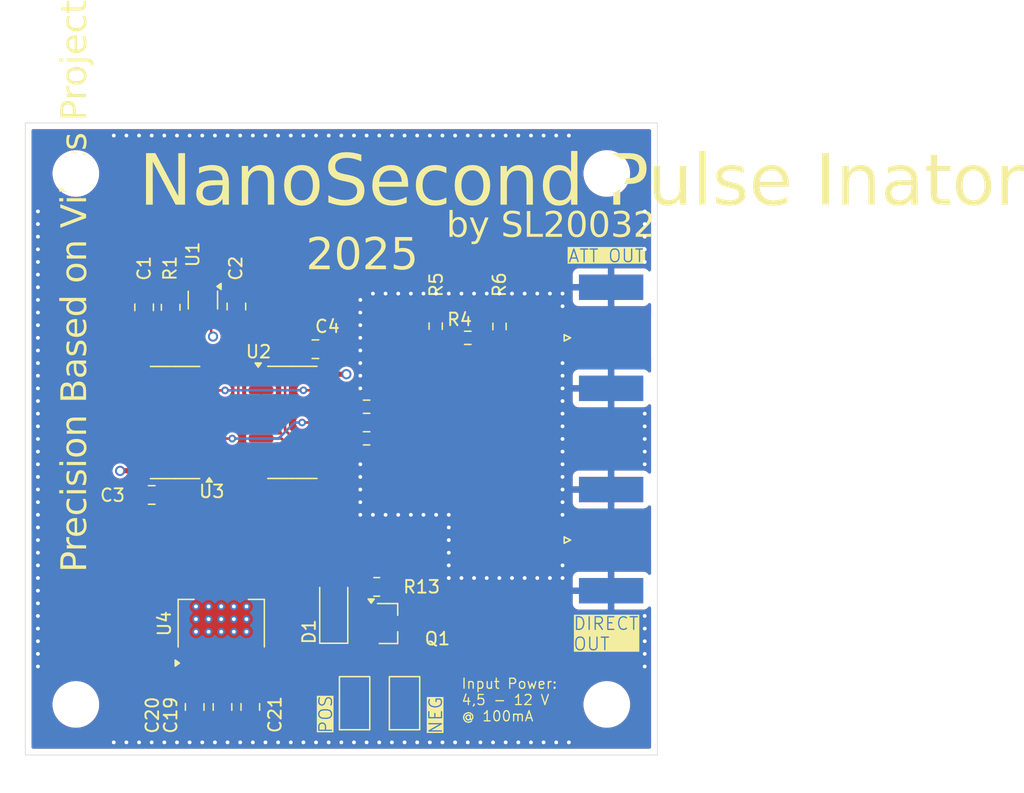
<source format=kicad_pcb>
(kicad_pcb (version 20241229) (generator "pcbnew") (generator_version "9.0")
  (layers (0 "F.Cu" signal) (4 "In1.Cu" signal) (6 "In2.Cu" signal) (8 "In3.Cu" signal) (10 "In4.Cu" signal) (2 "B.Cu" signal) (13 "F.Paste" user) (15 "B.Paste" user) (5 "F.SilkS" user "F.Silkscreen") (7 "B.SilkS" user "B.Silkscreen") (1 "F.Mask" user) (3 "B.Mask" user) (25 "Edge.Cuts" user))
  (net 0 "")
  (net 1 "GND")
  (net 2 "Net-(C1-Pad1)")
  (net 3 "+3V3")
  (net 4 "Net-(D1-K)")
  (net 5 "Net-(D1-A)")
  (net 6 "Net-(J1-In)")
  (net 7 "Net-(J2-In)")
  (net 8 "Net-(Q1-D)")
  (net 9 "/Generator")
  (net 10 "Net-(R2-Pad2)")
  (net 11 "Net-(R2-Pad1)")
  (net 13 "Net-(U2-Pad11)")
  (net 14 "Net-(U2-Pad2)")
  (net 15 "Net-(U2-Pad13)")
  (net 16 "Net-(U2-Pad4)")
  (net 19 "Net-(R3-Pad1)")
  (net 20 "Net-(U2-Pad6)")
  (net 21 "Net-(U2-Pad5)")
  (footprint "MountingHole:MountingHole_3.2mm_M3_DIN965" (layer "F.Cu") (at 41 96)
    (property "Reference" "H1" (hide yes))
    (property "Value" "MountingHole")
    (pad "" np_thru_hole circle (at 0 0) (size 3.2 3.2) (drill 3.2) (layers "*.Cu" "*.Mask"))
  )
  (footprint "Capacitor_SMD:C_0805_2012Metric_Pad1.18x1.45mm_HandSolder" (layer "F.Cu") (at 50.4 138.2 -90)
    (property "Reference" "C20" (at 0.65 3.35 90) (layer "F.SilkS"))
    (property "Value" "10u")
    (pad "1" smd roundrect (at -1.0375 0 270) (size 1.175 1.45) (layers "F.Cu" "F.Mask" "F.Paste") (roundrect_rratio 0.212766) (net 3 "+3V3"))
    (pad "2" smd roundrect (at 1.0375 0 270) (size 1.175 1.45) (layers "F.Cu" "F.Mask" "F.Paste") (roundrect_rratio 0.212766) (net 1 "GND"))
  )
  (footprint "Capacitor_SMD:C_0805_2012Metric_Pad1.18x1.45mm_HandSolder" (layer "F.Cu") (at 52.6 138.2 -90)
    (property "Reference" "C19" (at 0.65 4.1 90) (layer "F.SilkS"))
    (property "Value" "10u")
    (pad "1" smd roundrect (at -1.0375 0 270) (size 1.175 1.45) (layers "F.Cu" "F.Mask" "F.Paste") (roundrect_rratio 0.212766) (net 3 "+3V3"))
    (pad "2" smd roundrect (at 1.0375 0 270) (size 1.175 1.45) (layers "F.Cu" "F.Mask" "F.Paste") (roundrect_rratio 0.212766) (net 1 "GND"))
  )
  (footprint "TestPoint:TestPoint_Keystone_5019_Miniature" (layer "F.Cu") (at 63.05 137.9 90)
    (property "Reference" "TP1" (hide yes))
    (property "Value" "+")
    (pad "1" smd roundrect (at 0 0 90) (size 3.8 2) (layers "F.Cu" "F.Mask" "F.Paste") (roundrect_rratio 0.125) (net 8 "Net-(Q1-D)"))
  )
  (footprint "Capacitor_SMD:C_0805_2012Metric_Pad1.18x1.45mm_HandSolder" (layer "F.Cu") (at 47 121.43)
    (property "Reference" "C3" (at -3.1 0.02 0) (layer "F.SilkS"))
    (property "Value" "100n")
    (pad "1" smd roundrect (at -1.0375 0) (size 1.175 1.45) (layers "F.Cu" "F.Mask" "F.Paste") (roundrect_rratio 0.212766) (net 3 "+3V3"))
    (pad "2" smd roundrect (at 1.0375 0) (size 1.175 1.45) (layers "F.Cu" "F.Mask" "F.Paste") (roundrect_rratio 0.212766) (net 1 "GND"))
  )
  (footprint "MountingHole:MountingHole_3.2mm_M3_DIN965" (layer "F.Cu") (at 83 96)
    (property "Reference" "H4" (hide yes))
    (property "Value" "MountingHole")
    (pad "" np_thru_hole circle (at 0 0) (size 3.2 3.2) (drill 3.2) (layers "*.Cu" "*.Mask"))
  )
  (footprint "Package_TO_SOT_SMD:SOT-223-3_TabPin2" (layer "F.Cu") (at 52.5 131.6 90)
    (property "Reference" "U4" (at 0 -4.5 90) (layer "F.SilkS"))
    (property "Value" "AMS1117-3.3")
    (pad "1" smd roundrect (at -3.15 -2.3 90) (size 2 1.5) (layers "F.Cu" "F.Mask" "F.Paste") (net 1 "GND"))
    (pad "2" smd roundrect (at -3.15 0 90) (size 2 1.5) (layers "F.Cu" "F.Mask" "F.Paste") (net 3 "+3V3"))
    (pad "2" smd roundrect (at 3.15 0 90) (size 2 3.8) (layers "F.Cu" "F.Mask" "F.Paste") (net 3 "+3V3"))
    (pad "3" smd roundrect (at -3.15 2.3 90) (size 2 1.5) (layers "F.Cu" "F.Mask" "F.Paste") (net 4 "Net-(D1-K)"))
  )
  (footprint "Diode_SMD:D_MiniMELF" (layer "F.Cu") (at 61.4 130.5 90)
    (property "Reference" "D1" (at -1.75 -1.95 90) (layer "F.SilkS"))
    (property "Value" "5V2")
    (pad "1" smd roundrect (at -1.75 0 90) (size 1.3 1.7) (layers "F.Cu" "F.Mask" "F.Paste") (roundrect_rratio 0.1923076923) (net 4 "Net-(D1-K)"))
    (pad "2" smd roundrect (at 1.75 0 90) (size 1.3 1.7) (layers "F.Cu" "F.Mask" "F.Paste") (roundrect_rratio 0.1923076923) (net 5 "Net-(D1-A)"))
  )
  (footprint "Connector_Coaxial:SMA_Amphenol_132289_EdgeMount" (layer "F.Cu") (at 83.3375 109)
    (property "Reference" "J2" (hide yes))
    (property "Value" "SMA")
    (pad "1" smd rect (at 0 0 90) (size 1.5 5.08) (layers "F.Cu" "F.Mask" "F.Paste") (net 7 "Net-(J2-In)"))
    (pad "2" smd rect (at 0 -4 90) (size 2 5.08) (layers "F.Cu" "F.Mask" "F.Paste") (net 1 "GND"))
    (pad "2" smd rect (at 0 -4 90) (size 2 5.08) (layers "B.Cu" "B.Mask" "B.Paste") (net 1 "GND"))
    (pad "2" smd rect (at 0 4 90) (size 2 5.08) (layers "F.Cu" "F.Mask" "F.Paste") (net 1 "GND"))
    (pad "2" smd rect (at 0 4 90) (size 2 5.08) (layers "B.Cu" "B.Mask" "B.Paste") (net 1 "GND"))
  )
  (footprint "Capacitor_SMD:C_0805_2012Metric_Pad1.18x1.45mm_HandSolder" (layer "F.Cu") (at 59.95 109.9 180)
    (property "Reference" "C4" (at -0.95 1.8 0) (layer "F.SilkS"))
    (property "Value" "100n")
    (pad "1" smd roundrect (at -1.0375 0 180) (size 1.175 1.45) (layers "F.Cu" "F.Mask" "F.Paste") (roundrect_rratio 0.212766) (net 3 "+3V3"))
    (pad "2" smd roundrect (at 1.0375 0 180) (size 1.175 1.45) (layers "F.Cu" "F.Mask" "F.Paste") (roundrect_rratio 0.212766) (net 1 "GND"))
  )
  (footprint "Resistor_SMD:R_0603_1608Metric_Pad0.98x0.95mm_HandSolder" (layer "F.Cu") (at 69.4625 108.075 -90)
    (property "Reference" "R5" (at -3.275 -0.0375 90) (layer "F.SilkS"))
    (property "Value" "150")
    (pad "1" smd roundrect (at -0.9125 0 270) (size 0.975 0.95) (layers "F.Cu" "F.Mask" "F.Paste") (net 1 "GND"))
    (pad "2" smd roundrect (at 0.9125 0 270) (size 0.975 0.95) (layers "F.Cu" "F.Mask" "F.Paste") (net 10 "Net-(R2-Pad2)"))
  )
  (footprint "MountingHole:MountingHole_3.2mm_M3_DIN965" (layer "F.Cu") (at 83 138)
    (property "Reference" "H3" (hide yes))
    (property "Value" "MountingHole")
    (pad "" np_thru_hole circle (at 0 0) (size 3.2 3.2) (drill 3.2) (layers "*.Cu" "*.Mask"))
  )
  (footprint "Capacitor_SMD:C_0805_2012Metric_Pad1.18x1.45mm_HandSolder" (layer "F.Cu") (at 46.4 106.585 -90)
    (property "Reference" "C1" (at -3.085 0 90) (layer "F.SilkS"))
    (property "Value" "C")
    (pad "1" smd roundrect (at -1.0375 0 270) (size 1.175 1.45) (layers "F.Cu" "F.Mask" "F.Paste") (roundrect_rratio 0.212766) (net 2 "Net-(C1-Pad1)"))
    (pad "2" smd roundrect (at 1.0375 0 270) (size 1.175 1.45) (layers "F.Cu" "F.Mask" "F.Paste") (roundrect_rratio 0.212766) (net 1 "GND"))
  )
  (footprint "Package_SO:SOIC-14_3.9x8.7mm_P1.27mm" (layer "F.Cu") (at 58.125 115.69)
    (property "Reference" "U2" (at -2.675 -5.59 0) (layer "F.SilkS"))
    (property "Value" "74HC04")
    (pad "1" smd roundrect (at -2.475 -3.81) (size 1.95 0.6) (layers "F.Cu" "F.Mask" "F.Paste") (net 9 "/Generator"))
    (pad "2" smd roundrect (at -2.475 -2.54) (size 1.95 0.6) (layers "F.Cu" "F.Mask" "F.Paste") (net 14 "Net-(U2-Pad2)"))
    (pad "3" smd roundrect (at -2.475 -1.27) (size 1.95 0.6) (layers "F.Cu" "F.Mask" "F.Paste") (net 14 "Net-(U2-Pad2)"))
    (pad "4" smd roundrect (at -2.475 0) (size 1.95 0.6) (layers "F.Cu" "F.Mask" "F.Paste") (net 16 "Net-(U2-Pad4)"))
    (pad "5" smd roundrect (at -2.475 1.27) (size 1.95 0.6) (layers "F.Cu" "F.Mask" "F.Paste") (net 21 "Net-(U2-Pad5)"))
    (pad "6" smd roundrect (at -2.475 2.54) (size 1.95 0.6) (layers "F.Cu" "F.Mask" "F.Paste") (net 20 "Net-(U2-Pad6)"))
    (pad "7" smd roundrect (at -2.475 3.81) (size 1.95 0.6) (layers "F.Cu" "F.Mask" "F.Paste") (net 1 "GND"))
    (pad "8" smd roundrect (at 2.475 3.81) (size 1.95 0.6) (layers "F.Cu" "F.Mask" "F.Paste") (net 21 "Net-(U2-Pad5)"))
    (pad "9" smd roundrect (at 2.475 2.54) (size 1.95 0.6) (layers "F.Cu" "F.Mask" "F.Paste") (net 9 "/Generator"))
    (pad "10" smd roundrect (at 2.475 1.27) (size 1.95 0.6) (layers "F.Cu" "F.Mask" "F.Paste") (net 19 "Net-(R3-Pad1)"))
    (pad "11" smd roundrect (at 2.475 0) (size 1.95 0.6) (layers "F.Cu" "F.Mask" "F.Paste") (net 13 "Net-(U2-Pad11)"))
    (pad "12" smd roundrect (at 2.475 -1.27) (size 1.95 0.6) (layers "F.Cu" "F.Mask" "F.Paste") (net 11 "Net-(R2-Pad1)"))
    (pad "13" smd roundrect (at 2.475 -2.54) (size 1.95 0.6) (layers "F.Cu" "F.Mask" "F.Paste") (net 15 "Net-(U2-Pad13)"))
    (pad "14" smd roundrect (at 2.475 -3.81) (size 1.95 0.6) (layers "F.Cu" "F.Mask" "F.Paste") (net 3 "+3V3"))
  )
  (footprint "TestPoint:TestPoint_Keystone_5019_Miniature" (layer "F.Cu") (at 67 137.9 90)
    (property "Reference" "TP2" (hide yes))
    (property "Value" "-")
    (pad "1" smd roundrect (at 0 0 90) (size 3.8 2) (layers "F.Cu" "F.Mask" "F.Paste") (roundrect_rratio 0.125) (net 1 "GND"))
  )
  (footprint "Connector_Coaxial:SMA_Amphenol_132289_EdgeMount" (layer "F.Cu") (at 83.3375 125)
    (property "Reference" "J1" (hide yes))
    (property "Value" "SMA")
    (pad "1" smd rect (at 0 0 90) (size 1.5 5.08) (layers "F.Cu" "F.Mask" "F.Paste") (net 6 "Net-(J1-In)"))
    (pad "2" smd rect (at 0 -4 90) (size 2 5.08) (layers "F.Cu" "F.Mask" "F.Paste") (net 1 "GND"))
    (pad "2" smd rect (at 0 -4 90) (size 2 5.08) (layers "B.Cu" "B.Mask" "B.Paste") (net 1 "GND"))
    (pad "2" smd rect (at 0 4 90) (size 2 5.08) (layers "F.Cu" "F.Mask" "F.Paste") (net 1 "GND"))
    (pad "2" smd rect (at 0 4 90) (size 2 5.08) (layers "B.Cu" "B.Mask" "B.Paste") (net 1 "GND"))
  )
  (footprint "Package_TO_SOT_SMD:SOT-23_Handsoldering" (layer "F.Cu") (at 65.7 131.6)
    (property "Reference" "Q1" (at 3.9 1.2 0) (layer "F.SilkS"))
    (property "Value" "Q_PMOS_GSD")
    (pad "1" smd roundrect (at -1.5 -0.95) (size 1.9 0.8) (layers "F.Cu" "F.Mask" "F.Paste") (net 5 "Net-(D1-A)"))
    (pad "2" smd roundrect (at -1.5 0.95) (size 1.9 0.8) (layers "F.Cu" "F.Mask" "F.Paste") (net 4 "Net-(D1-K)"))
    (pad "3" smd roundrect (at 1.5 0) (size 1.9 0.8) (layers "F.Cu" "F.Mask" "F.Paste") (net 8 "Net-(Q1-D)"))
  )
  (footprint "Capacitor_SMD:C_0805_2012Metric_Pad1.18x1.45mm_HandSolder" (layer "F.Cu") (at 54.8 138.2 -90)
    (property "Reference" "C21" (at 0.6 -1.95 90) (layer "F.SilkS"))
    (property "Value" "10u")
    (pad "1" smd roundrect (at -1.0375 0 270) (size 1.175 1.45) (layers "F.Cu" "F.Mask" "F.Paste") (roundrect_rratio 0.212766) (net 4 "Net-(D1-K)"))
    (pad "2" smd roundrect (at 1.0375 0 270) (size 1.175 1.45) (layers "F.Cu" "F.Mask" "F.Paste") (roundrect_rratio 0.212766) (net 1 "GND"))
  )
  (footprint "Resistor_SMD:R_0603_1608Metric_Pad0.98x0.95mm_HandSolder" (layer "F.Cu") (at 74.5125 108.1 -90)
    (property "Reference" "R6" (at -3.3 0.0125 90) (layer "F.SilkS"))
    (property "Value" "150")
    (pad "1" smd roundrect (at -0.9125 0 270) (size 0.975 0.95) (layers "F.Cu" "F.Mask" "F.Paste") (net 1 "GND"))
    (pad "2" smd roundrect (at 0.9125 0 270) (size 0.975 0.95) (layers "F.Cu" "F.Mask" "F.Paste") (net 7 "Net-(J2-In)"))
  )
  (footprint "MountingHole:MountingHole_3.2mm_M3_DIN965" (layer "F.Cu") (at 41 138)
    (property "Reference" "H2" (hide yes))
    (property "Value" "MountingHole")
    (pad "" np_thru_hole circle (at 0 0) (size 3.2 3.2) (drill 3.2) (layers "*.Cu" "*.Mask"))
  )
  (footprint "Resistor_SMD:R_0603_1608Metric_Pad0.98x0.95mm_HandSolder" (layer "F.Cu") (at 64 116.95)
    (property "Reference" "R3" (hide yes))
    (property "Value" "470")
    (pad "1" smd roundrect (at -0.9125 0) (size 0.975 0.95) (layers "F.Cu" "F.Mask" "F.Paste") (net 19 "Net-(R3-Pad1)"))
    (pad "2" smd roundrect (at 0.9125 0) (size 0.975 0.95) (layers "F.Cu" "F.Mask" "F.Paste") (net 6 "Net-(J1-In)"))
  )
  (footprint "Resistor_SMD:R_0805_2012Metric_Pad1.20x1.40mm_HandSolder" (layer "F.Cu") (at 64.8 128.7 180)
    (property "Reference" "R13" (at -3.55 0 0) (layer "F.SilkS"))
    (property "Value" "10k")
    (pad "1" smd roundrect (at -1 0 180) (size 1.2 1.4) (layers "F.Cu" "F.Mask" "F.Paste") (roundrect_rratio 0.208333) (net 1 "GND"))
    (pad "2" smd roundrect (at 1 0 180) (size 1.2 1.4) (layers "F.Cu" "F.Mask" "F.Paste") (roundrect_rratio 0.208333) (net 5 "Net-(D1-A)"))
  )
  (footprint "Resistor_SMD:R_0603_1608Metric_Pad0.98x0.95mm_HandSolder" (layer "F.Cu") (at 64 114.45)
    (property "Reference" "R2" (hide yes))
    (property "Value" "50")
    (pad "1" smd roundrect (at -0.9125 0) (size 0.975 0.95) (layers "F.Cu" "F.Mask" "F.Paste") (net 11 "Net-(R2-Pad1)"))
    (pad "2" smd roundrect (at 0.9125 0) (size 0.975 0.95) (layers "F.Cu" "F.Mask" "F.Paste") (net 10 "Net-(R2-Pad2)"))
  )
  (footprint "Resistor_SMD:R_0805_2012Metric_Pad1.20x1.40mm_HandSolder" (layer "F.Cu") (at 48.5 106.585 -90)
    (property "Reference" "R1" (at -3.085 0.05 90) (layer "F.SilkS"))
    (property "Value" "100k")
    (pad "1" smd roundrect (at -1 0 270) (size 1.2 1.4) (layers "F.Cu" "F.Mask" "F.Paste") (roundrect_rratio 0.208333) (net 2 "Net-(C1-Pad1)"))
    (pad "2" smd roundrect (at 1 0 270) (size 1.2 1.4) (layers "F.Cu" "F.Mask" "F.Paste") (roundrect_rratio 0.208333) (net 9 "/Generator"))
  )
  (footprint "Capacitor_SMD:C_0805_2012Metric_Pad1.18x1.45mm_HandSolder" (layer "F.Cu") (at 53.7 106.5225 90)
    (property "Reference" "C2" (at 3.0225 -0.05 90) (layer "F.SilkS"))
    (property "Value" "100n")
    (pad "1" smd roundrect (at -1.0375 0 90) (size 1.175 1.45) (layers "F.Cu" "F.Mask" "F.Paste") (roundrect_rratio 0.212766) (net 3 "+3V3"))
    (pad "2" smd roundrect (at 1.0375 0 90) (size 1.175 1.45) (layers "F.Cu" "F.Mask" "F.Paste") (roundrect_rratio 0.212766) (net 1 "GND"))
  )
  (footprint "Package_TO_SOT_SMD:SOT-353_SC-70-5_Handsoldering" (layer "F.Cu") (at 51.05 106.015 -90)
    (property "Reference" "U1" (at -3.615 0.8 90) (layer "F.SilkS"))
    (property "Value" "74HCT1G14")
    (pad "1" smd roundrect (at -1.33 -0.65 270) (size 1.5 0.4) (layers "F.Cu" "F.Mask" "F.Paste"))
    (pad "2" smd roundrect (at -1.33 0 270) (size 1.5 0.4) (layers "F.Cu" "F.Mask" "F.Paste") (net 2 "Net-(C1-Pad1)"))
    (pad "3" smd roundrect (at -1.33 0.65 270) (size 1.5 0.4) (layers "F.Cu" "F.Mask" "F.Paste") (net 1 "GND"))
    (pad "4" smd roundrect (at 1.33 0.65 270) (size 1.5 0.4) (layers "F.Cu" "F.Mask" "F.Paste") (net 9 "/Generator"))
    (pad "5" smd roundrect (at 1.33 -0.65 270) (size 1.5 0.4) (layers "F.Cu" "F.Mask" "F.Paste") (net 3 "+3V3"))
  )
  (footprint "Resistor_SMD:R_0603_1608Metric_Pad0.98x0.95mm_HandSolder" (layer "F.Cu") (at 72 109)
    (property "Reference" "R4" (at -0.65 -1.45 0) (layer "F.SilkS"))
    (property "Value" "36")
    (pad "1" smd roundrect (at -0.9125 0) (size 0.975 0.95) (layers "F.Cu" "F.Mask" "F.Paste") (net 10 "Net-(R2-Pad2)"))
    (pad "2" smd roundrect (at 0.9125 0) (size 0.975 0.95) (layers "F.Cu" "F.Mask" "F.Paste") (net 7 "Net-(J2-In)"))
  )
  (footprint "Package_SO:SOIC-14_3.9x8.7mm_P1.27mm" (layer "F.Cu") (at 48.85 115.7 180)
    (property "Reference" "U3" (at -2.9 -5.45 0) (layer "F.SilkS"))
    (property "Value" "74HC00")
    (pad "1" smd roundrect (at -2.475 -3.81 180) (size 1.95 0.6) (layers "F.Cu" "F.Mask" "F.Paste") (net 20 "Net-(U2-Pad6)"))
    (pad "2" smd roundrect (at -2.475 -2.54 180) (size 1.95 0.6) (layers "F.Cu" "F.Mask" "F.Paste") (net 9 "/Generator"))
    (pad "3" smd roundrect (at -2.475 -1.27 180) (size 1.95 0.6) (layers "F.Cu" "F.Mask" "F.Paste") (net 13 "Net-(U2-Pad11)"))
    (pad "4" smd roundrect (at -2.475 0 180) (size 1.95 0.6) (layers "F.Cu" "F.Mask" "F.Paste") (net 16 "Net-(U2-Pad4)"))
    (pad "5" smd roundrect (at -2.475 1.27 180) (size 1.95 0.6) (layers "F.Cu" "F.Mask" "F.Paste") (net 9 "/Generator"))
    (pad "6" smd roundrect (at -2.475 2.54 180) (size 1.95 0.6) (layers "F.Cu" "F.Mask" "F.Paste") (net 15 "Net-(U2-Pad13)"))
    (pad "7" smd roundrect (at -2.475 3.81 180) (size 1.95 0.6) (layers "F.Cu" "F.Mask" "F.Paste") (net 1 "GND"))
    (pad "8" smd roundrect (at 2.475 3.81 180) (size 1.95 0.6) (layers "F.Cu" "F.Mask" "F.Paste"))
    (pad "9" smd roundrect (at 2.475 2.54 180) (size 1.95 0.6) (layers "F.Cu" "F.Mask" "F.Paste") (net 1 "GND"))
    (pad "10" smd roundrect (at 2.475 1.27 180) (size 1.95 0.6) (layers "F.Cu" "F.Mask" "F.Paste") (net 1 "GND"))
    (pad "11" smd roundrect (at 2.475 0 180) (size 1.95 0.6) (layers "F.Cu" "F.Mask" "F.Paste"))
    (pad "12" smd roundrect (at 2.475 -1.27 180) (size 1.95 0.6) (layers "F.Cu" "F.Mask" "F.Paste") (net 1 "GND"))
    (pad "13" smd roundrect (at 2.475 -2.54 180) (size 1.95 0.6) (layers "F.Cu" "F.Mask" "F.Paste") (net 1 "GND"))
    (pad "14" smd roundrect (at 2.475 -3.81 180) (size 1.95 0.6) (layers "F.Cu" "F.Mask" "F.Paste") (net 3 "+3V3"))
  )
  (gr_rect (start 37 92) (end 87 142) (stroke (width 0.05)) (fill no) (layer "Edge.Cuts"))
  (gr_text "2025" (at 59.2 104 0) (layer "F.SilkS") (effects (font (size 2.5 2.5) (thickness 0.1)) (justify left bottom)))
  (gr_text "NEG" (at 70.05 140.4 90) (layer "F.SilkS" knockout) (effects (font (size 1 1) (thickness 0.1)) (justify left bottom)))
  (gr_text "Input Power:\n4,5 - 12 V\n@ 100mA" (at 71.45 139.4 0) (layer "F.SilkS") (effects (font (size 0.8 0.8) (thickness 0.1)) (justify left bottom)))
  (gr_text "by SL20032" (at 70.3 101.35 0) (layer "F.SilkS") (effects (font (size 2 2) (thickness 0.1)) (justify left bottom)))
  (gr_text "Precision Based on Vibes Project" (at 42.15 127.55 90) (layer "F.SilkS") (effects (font (size 2 2) (thickness 0.1)) (justify left bottom)))
  (gr_text "ATT OUT" (at 79.9 103.1 0) (layer "F.SilkS" knockout) (effects (font (size 1 1) (thickness 0.1)) (justify left bottom)))
  (gr_text "NanoSecond Pulse Inator" (at 46 99.15 0) (layer "F.SilkS") (effects (font (size 4 4) (thickness 0.1)) (justify left bottom)))
  (gr_text "DIRECT \nOUT" (at 80.3 133.8 0) (layer "F.SilkS" knockout) (effects (font (size 1 1) (thickness 0.1)) (justify left bottom)))
  (gr_text "POS" (at 61.35 140.35 90) (layer "F.SilkS" knockout) (effects (font (size 1 1) (thickness 0.1)) (justify left bottom)))
  (segment (start 69.4625 107.1625) (end 69.4625 105.5375) (width 0.156464) (layer "F.Cu") (net 1))
  (segment (start 74.5125 105.5125) (end 74.5 105.5) (width 0.156464) (layer "F.Cu") (net 1))
  (segment (start 69.4625 105.5375) (end 69.5 105.5) (width 0.156464) (layer "F.Cu") (net 1))
  (segment (start 74.5125 107.1875) (end 74.5125 105.5125) (width 0.156464) (layer "F.Cu") (net 1))
  (via (at 38 131) (size 0.6) (drill 0.3) (layers "F.Cu" "B.Cu") (net 1))
  (via (at 69.5 123) (size 0.6) (drill 0.3) (layers "F.Cu" "B.Cu") (net 1))
  (via (at 48 141) (size 0.6) (drill 0.3) (layers "F.Cu" "B.Cu") (net 1))
  (via (at 38 118) (size 0.6) (drill 0.3) (layers "F.Cu" "B.Cu") (net 1))
  (via (at 76 141) (size 0.6) (drill 0.3) (layers "F.Cu" "B.Cu") (net 1))
  (via (at 76 93) (size 0.6) (drill 0.3) (layers "F.Cu" "B.Cu") (net 1))
  (via (at 79.5 106.5) (size 0.6) (drill 0.3) (layers "F.Cu" "B.Cu") (net 1))
  (via (at 38 115) (size 0.6) (drill 0.3) (layers "F.Cu" "B.Cu") (net 1))
  (via (at 86 115) (size 0.6) (drill 0.3) (layers "F.Cu" "B.Cu") (net 1))
  (via (at 86 99) (size 0.6) (drill 0.3) (layers "F.Cu" "B.Cu") (net 1))
  (via (at 54 141) (size 0.6) (drill 0.3) (layers "F.Cu" "B.Cu") (net 1))
  (via (at 59 141) (size 0.6) (drill 0.3) (layers "F.Cu" "B.Cu") (net 1))
  (via (at 38 105) (size 0.6) (drill 0.3) (layers "F.Cu" "B.Cu") (net 1))
  (via (at 80 141) (size 0.6) (drill 0.3) (layers "F.Cu" "B.Cu") (net 1))
  (via (at 72 141) (size 0.6) (drill 0.3) (layers "F.Cu" "B.Cu") (net 1))
  (via (at 67 141) (size 0.6) (drill 0.3) (layers "F.Cu" "B.Cu") (net 1))
  (via (at 77.5 128) (size 0.6) (drill 0.3) (layers "F.Cu" "B.Cu") (net 1))
  (via (at 53 141) (size 0.6) (drill 0.3) (layers "F.Cu" "B.Cu") (net 1))
  (via (at 55 141) (size 0.6) (drill 0.3) (layers "F.Cu" "B.Cu") (net 1))
  (via (at 38 113) (size 0.6) (drill 0.3) (layers "F.Cu" "B.Cu") (net 1))
  (via (at 75 93) (size 0.6) (drill 0.3) (layers "F.Cu" "B.Cu") (net 1))
  (via (at 63.5 121) (size 0.6) (drill 0.3) (layers "F.Cu" "B.Cu") (net 1))
  (via (at 86 116) (size 0.6) (drill 0.3) (layers "F.Cu" "B.Cu") (net 1))
  (via (at 69 141) (size 0.6) (drill 0.3) (layers "F.Cu" "B.Cu") (net 1))
  (via (at 57 141) (size 0.6) (drill 0.3) (layers "F.Cu" "B.Cu") (net 1))
  (via (at 76.5 105.5) (size 0.6) (drill 0.3) (layers "F.Cu" "B.Cu") (net 1))
  (via (at 70.5 126) (size 0.6) (drill 0.3) (layers "F.Cu" "B.Cu") (net 1))
  (via (at 60 141) (size 0.6) (drill 0.3) (layers "F.Cu" "B.Cu") (net 1))
  (via (at 86 118) (size 0.6) (drill 0.3) (layers "F.Cu" "B.Cu") (net 1))
  (via (at 79.5 118) (size 0.6) (drill 0.3) (layers "F.Cu" "B.Cu") (net 1))
  (via (at 52 93) (size 0.6) (drill 0.3) (layers "F.Cu" "B.Cu") (net 1))
  (via (at 38 107) (size 0.6) (drill 0.3) (layers "F.Cu" "B.Cu") (net 1))
  (via (at 58 93) (size 0.6) (drill 0.3) (layers "F.Cu" "B.Cu") (net 1))
  (via (at 74.5 105.5) (size 0.6) (drill 0.3) (layers "F.Cu" "B.Cu") (net 1))
  (via (at 53 93) (size 0.6) (drill 0.3) (layers "F.Cu" "B.Cu") (net 1))
  (via (at 77.5 105.5) (size 0.6) (drill 0.3) (layers "F.Cu" "B.Cu") (net 1))
  (via (at 38 121) (size 0.6) (drill 0.3) (layers "F.Cu" "B.Cu") (net 1))
  (via (at 56 141) (size 0.6) (drill 0.3) (layers "F.Cu" "B.Cu") (net 1))
  (via (at 72 93) (size 0.6) (drill 0.3) (layers "F.Cu" "B.Cu") (net 1))
  (via (at 51 93) (size 0.6) (drill 0.3) (layers "F.Cu" "B.Cu") (net 1))
  (via (at 63.5 120) (size 0.6) (drill 0.3) (layers "F.Cu" "B.Cu") (net 1))
  (via (at 50 93) (size 0.6) (drill 0.3) (layers "F.Cu" "B.Cu") (net 1))
  (via (at 79.5 116) (size 0.6) (drill 0.3) (layers "F.Cu" "B.Cu") (net 1))
  (via (at 38 109) (size 0.6) (drill 0.3) (layers "F.Cu" "B.Cu") (net 1))
  (via (at 38 119) (size 0.6) (drill 0.3) (layers "F.Cu" "B.Cu") (net 1))
  (via (at 38 106) (size 0.6) (drill 0.3) (layers "F.Cu" "B.Cu") (net 1))
  (via (at 62 93) (size 0.6) (drill 0.3) (layers "F.Cu" "B.Cu") (net 1))
  (via (at 79.5 113) (size 0.6) (drill 0.3) (layers "F.Cu" "B.Cu") (net 1))
  (via (at 70.5 105.5) (size 0.6) (drill 0.3) (layers "F.Cu" "B.Cu") (net 1))
  (via (at 63.5 109) (size 0.6) (drill 0.3) (layers "F.Cu" "B.Cu") (net 1))
  (via (at 79.5 114) (size 0.6) (drill 0.3) (layers "F.Cu" "B.Cu") (net 1))
  (via (at 59 93) (size 0.6) (drill 0.3) (layers "F.Cu" "B.Cu") (net 1))
  (via (at 79.5 127) (size 0.6) (drill 0.3) (layers "F.Cu" "B.Cu") (net 1))
  (via (at 78.5 105.5) (size 0.6) (drill 0.3) (layers "F.Cu" "B.Cu") (net 1))
  (via (at 67 93) (size 0.6) (drill 0.3) (layers "F.Cu" "B.Cu") (net 1))
  (via (at 69 93) (size 0.6) (drill 0.3) (layers "F.Cu" "B.Cu") (net 1))
  (via (at 60 93) (size 0.6) (drill 0.3) (layers "F.Cu" "B.Cu") (net 1))
  (via (at 38 123) (size 0.6) (drill 0.3) (layers "F.Cu" "B.Cu") (net 1))
  (via (at 86 133) (size 0.6) (drill 0.3) (layers "F.Cu" "B.Cu") (net 1))
  (via (at 38 112) (size 0.6) (drill 0.3) (layers "F.Cu" "B.Cu") (net 1))
  (via (at 63.5 113) (size 0.6) (drill 0.3) (layers "F.Cu" "B.Cu") (net 1))
  (via (at 79.5 121) (size 0.6) (drill 0.3) (layers "F.Cu" "B.Cu") (net 1))
  (via (at 38 101) (size 0.6) (drill 0.3) (layers "F.Cu" "B.Cu") (net 1))
  (via (at 62 141) (size 0.6) (drill 0.3) (layers "F.Cu" "B.Cu") (net 1))
  (via (at 63.5 106) (size 0.6) (drill 0.3) (layers "F.Cu" "B.Cu") (net 1))
  (via (at 69.5 105.5) (size 0.6) (drill 0.3) (layers "F.Cu" "B.Cu") (net 1))
  (via (at 79.5 120) (size 0.6) (drill 0.3) (layers "F.Cu" "B.Cu") (net 1))
  (via (at 73 93) (size 0.6) (drill 0.3) (layers "F.Cu" "B.Cu") (net 1))
  (via (at 79.5 105.5) (size 0.6) (drill 0.3) (layers "F.Cu" "B.Cu") (net 1))
  (via (at 67.5 123) (size 0.6) (drill 0.3) (layers "F.Cu" "B.Cu") (net 1))
  (via (at 70.5 125) (size 0.6) (drill 0.3) (layers "F.Cu" "B.Cu") (net 1))
  (via (at 63.5 108) (size 0.6) (drill 0.3) (layers "F.Cu" "B.Cu") (net 1))
  (via (at 86 103) (size 0.6) (drill 0.3) (layers "F.Cu" "B.Cu") (net 1))
  (via (at 77 141) (size 0.6) (drill 0.3) (layers "F.Cu" "B.Cu") (net 1))
  (via (at 75.5 128) (size 0.6) (drill 0.3) (layers "F.Cu" "B.Cu") (net 1))
  (via (at 45 93) (size 0.6) (drill 0.3) (layers "F.Cu" "B.Cu") (net 1))
  (via (at 86 134) (size 0.6) (drill 0.3) (layers "F.Cu" "B.Cu") (net 1))
  (via (at 38 99) (size 0.6) (drill 0.3) (layers "F.Cu" "B.Cu") (net 1))
  (via (at 64 141) (size 0.6) (drill 0.3) (layers "F.Cu" "B.Cu") (net 1))
  (via (at 38 116) (size 0.6) (drill 0.3) (layers "F.Cu" "B.Cu") (net 1))
  (via (at 44 141) (size 0.6) (drill 0.3) (layers "F.Cu" "B.Cu") (net 1))
  (via (at 66 141) (size 0.6) (drill 0.3) (layers "F.Cu" "B.Cu") (net 1))
  (via (at 68.5 105.5) (size 0.6) (drill 0.3) (layers "F.Cu" "B.Cu") (net 1))
  (via (at 72.5 128) (size 0.6) (drill 0.3) (layers "F.Cu" "B.Cu") (net 1))
  (via (at 38 120) (size 0.6) (drill 0.3) (layers "F.Cu" "B.Cu") (net 1))
  (via (at 46 93) (size 0.6) (drill 0.3) (layers "F.Cu" "B.Cu") (net 1))
  (via (at 75.5 105.5) (size 0.6) (drill 0.3) (layers "F.Cu" "B.Cu") (net 1))
  (via (at 57 93) (size 0.6) (drill 0.3) (layers "F.Cu" "B.Cu") (net 1))
  (via (at 51 141) (size 0.6) (drill 0.3) (layers "F.Cu" "B.Cu") (net 1))
  (via (at 86 119) (size 0.6) (drill 0.3) (layers "F.Cu" "B.Cu") (net 1))
  (via (at 79.5 117) (size 0.6) (drill 0.3) (layers "F.Cu" "B.Cu") (net 1))
  (via (at 38 128) (size 0.6) (drill 0.3) (layers "F.Cu" "B.Cu") (net 1))
  (via (at 44 93) (size 0.6) (drill 0.3) (layers "F.Cu" "B.Cu") (net 1))
  (via (at 63.5 111) (size 0.6) (drill 0.3) (layers "F.Cu" "B.Cu") (net 1))
  (via (at 74 93) (size 0.6) (drill 0.3) (layers "F.Cu" "B.Cu") (net 1))
  (via (at 38 110) (size 0.6) (drill 0.3) (layers "F.Cu" "B.Cu") (net 1))
  (via (at 47 93) (size 0.6) (drill 0.3) (layers "F.Cu" "B.Cu") (net 1))
  (via (at 68 93) (size 0.6) (drill 0.3) (layers "F.Cu" "B.Cu") (net 1))
  (via (at 70.5 124) (size 0.6) (drill 0.3) (layers "F.Cu" "B.Cu") (net 1))
  (via (at 38 125) (size 0.6) (drill 0.3) (layers "F.Cu" "B.Cu") (net 1))
  (via (at 38 102) (size 0.6) (drill 0.3) (layers "F.Cu" "B.Cu") (net 1))
  (via (at 63.5 123) (size 0.6) (drill 0.3) (layers "F.Cu" "B.Cu") (net 1))
  (via (at 38 100) (size 0.6) (drill 0.3) (layers "F.Cu" "B.Cu") (net 1))
  (via (at 66.5 105.5) (size 0.6) (drill 0.3) (layers "F.Cu" "B.Cu") (net 1))
  (via (at 65 93) (size 0.6) (drill 0.3) (layers "F.Cu" "B.Cu") (net 1))
  (via (at 52 141) (size 0.6) (drill 0.3) (layers "F.Cu" "B.Cu") (net 1))
  (via (at 74.5 128) (size 0.6) (drill 0.3) (layers "F.Cu" "B.Cu") (net 1))
  (via (at 70.5 123) (size 0.6) (drill 0.3) (layers "F.Cu" "B.Cu") (net 1))
  (via (at 74 141) (size 0.6) (drill 0.3) (layers "F.Cu" "B.Cu") (net 1))
  (via (at 38 108) (size 0.6) (drill 0.3) (layers "F.Cu" "B.Cu") (net 1))
  (via (at 64.5 105.5) (size 0.6) (drill 0.3) (layers "F.Cu" "B.Cu") (net 1))
  (via (at 80 93) (size 0.6) (drill 0.3) (layers "F.Cu" "B.Cu") (net 1))
  (via (at 68.5 123) (size 0.6) (drill 0.3) (layers "F.Cu" "B.Cu") (net 1))
  (via (at 63.5 119) (size 0.6) (drill 0.3) (layers "F.Cu" "B.Cu") (net 1))
  (via (at 78 141) (size 0.6) (drill 0.3) (layers "F.Cu" "B.Cu") (net 1))
  (via (at 79.5 122) (size 0.6) (drill 0.3) (layers "F.Cu" "B.Cu") (net 1))
  (via (at 38 122) (size 0.6) (drill 0.3) (layers "F.Cu" "B.Cu") (net 1))
  (via (at 63.5 112) (size 0.6) (drill 0.3) (layers "F.Cu" "B.Cu") (net 1))
  (via (at 49 141) (size 0.6) (drill 0.3) (layers "F.Cu" "B.Cu") (net 1))
  (via (at 64.5 123) (size 0.6) (drill 0.3) (layers "F.Cu" "B.Cu") (net 1))
  (via (at 65.5 123) (size 0.6) (drill 0.3) (layers "F.Cu" "B.Cu") (net 1))
  (via (at 38 127) (size 0.6) (drill 0.3) (layers "F.Cu" "B.Cu") (net 1))
  (via (at 75 141) (size 0.6) (drill 0.3) (layers "F.Cu" "B.Cu") (net 1))
  (via (at 86 135) (size 0.6) (drill 0.3) (layers "F.Cu" "B.Cu") (net 1))
  (via (at 73.5 105.5) (size 0.6) (drill 0.3) (layers "F.Cu" "B.Cu") (net 1))
  (via (at 55 93) (size 0.6) (drill 0.3) (layers "F.Cu" "B.Cu") (net 1))
  (via (at 38 103) (size 0.6) (drill 0.3) (layers "F.Cu" "B.Cu") (net 1))
  (via (at 79 93) (size 0.6) (drill 0.3) (layers "F.Cu" "B.Cu") (net 1))
  (via (at 48 93) (size 0.6) (drill 0.3) (layers "F.Cu" "B.Cu") (net 1))
  (via (at 76.5 128) (size 0.6) (drill 0.3) (layers "F.Cu" "B.Cu") (net 1))
  (via (at 63 93) (size 0.6) (drill 0.3) (layers "F.Cu" "B.Cu") (net 1))
  (via (at 68 141) (size 0.6) (drill 0.3) (layers "F.Cu" "B.Cu") (net 1))
  (via (at 67.5 105.5) (size 0.6) (drill 0.3) (layers "F.Cu" "B.Cu") (net 1))
  (via (at 70 93) (size 0.6) (drill 0.3) (layers "F.Cu" "B.Cu") (net 1))
  (via (at 61 93) (size 0.6) (drill 0.3) (layers "F.Cu" "B.Cu") (net 1))
  (via (at 47 141) (size 0.6) (drill 0.3) (layers "F.Cu" "B.Cu") (net 1))
  (via (at 70 141) (size 0.6) (drill 0.3) (layers "F.Cu" "B.Cu") (net 1))
  (via (at 71 93) (size 0.6) (drill 0.3) (layers "F.Cu" "B.Cu") (net 1))
  (via (at 79.5 112) (size 0.6) (drill 0.3) (layers "F.Cu" "B.Cu") (net 1))
  (via (at 70.5 128) (size 0.6) (drill 0.3) (layers "F.Cu" "B.Cu") (net 1))
  (via (at 86 131) (size 0.6) (drill 0.3) (layers "F.Cu" "B.Cu") (net 1))
  (via (at 38 134) (size 0.6) (drill 0.3) (layers "F.Cu" "B.Cu") (net 1))
  (via (at 38 126) (size 0.6) (drill 0.3) (layers "F.Cu" "B.Cu") (net 1))
  (via (at 56 93) (size 0.6) (drill 0.3) (layers "F.Cu" "B.Cu") (net 1))
  (via (at 50 141) (size 0.6) (drill 0.3) (layers "F.Cu" "B.Cu") (net 1))
  (via (at 64 93) (size 0.6) (drill 0.3) (layers "F.Cu" "B.Cu") (net 1))
  (via (at 86 117) (size 0.6) (drill 0.3) (layers "F.Cu" "B.Cu") (net 1))
  (via (at 86 100) (size 0.6) (drill 0.3) (layers "F.Cu" "B.Cu") (net 1))
  (via (at 38 111) (size 0.6) (drill 0.3) (layers "F.Cu" "B.Cu") (net 1))
  (via (at 54 93) (size 0.6) (drill 0.3) (layers "F.Cu" "B.Cu") (net 1))
  (via (at 71.5 105.5) (size 0.6) (drill 0.3) (layers "F.Cu" "B.Cu") (net 1))
  (via (at 78.5 128) (size 0.6) (drill 0.3) (layers "F.Cu" "B.Cu") (net 1))
  (via (at 78 93) (size 0.6) (drill 0.3) (layers "F.Cu" "B.Cu") (net 1))
  (via (at 38 130) (size 0.6) (drill 0.3) (layers "F.Cu" "B.Cu") (net 1))
  (via (at 65 141) (size 0.6) (drill 0.3) (layers "F.Cu" "B.Cu") (net 1))
  (via (at 65.5 105.5) (size 0.6) (drill 0.3) (layers "F.Cu" "B.Cu") (net 1))
  (via (at 38 132) (size 0.6) (drill 0.3) (layers "F.Cu" "B.Cu") (net 1))
  (via (at 45 141) (size 0.6) (drill 0.3) (layers "F.Cu" "B.Cu") (net 1))
  (via (at 38 117) (size 0.6) (drill 0.3) (layers "F.Cu" "B.Cu") (net 1))
  (via (at 86 101) (size 0.6) (drill 0.3) (layers "F.Cu" "B.Cu") (net 1))
  (via (at 38 114) (size 0.6) (drill 0.3) (layers "F.Cu" "B.Cu") (net 1))
  (via (at 79.5 115) (size 0.6) (drill 0.3) (layers "F.Cu" "B.Cu") (net 1))
  (via (at 77 93) (size 0.6) (drill 0.3) (layers "F.Cu" "B.Cu") (net 1))
  (via (at 46 141) (size 0.6) (drill 0.3) (layers "F.Cu" "B.Cu") (net 1))
  (via (at 38 104) (size 0.6) (drill 0.3) (layers "F.Cu" "B.Cu") (net 1))
  (via (at 49 93) (size 0.6) (drill 0.3) (layers "F.Cu" "B.Cu") (net 1))
  (via (at 73 141) (size 0.6) (drill 0.3) (layers "F.Cu" "B.Cu") (net 1))
  (via (at 71 141) (size 0.6) (drill 0.3) (layers "F.Cu" "B.Cu") (net 1))
  (via (at 72.5 105.5) (size 0.6) (drill 0.3) (layers "F.Cu" "B.Cu") (net 1))
  (via (at 38 133) (size 0.6) (drill 0.3) (layers "F.Cu" "B.Cu") (net 1))
  (via (at 79.5 119) (size 0.6) (drill 0.3) (layers "F.Cu" "B.Cu") (net 1))
  (via (at 79.5 111) (size 0.6) (drill 0.3) (layers "F.Cu" "B.Cu") (net 1))
  (via (at 63.5 122) (size 0.6) (drill 0.3) (layers "F.Cu" "B.Cu") (net 1))
  (via (at 86 102) (size 0.6) (drill 0.3) (layers "F.Cu" "B.Cu") (net 1))
  (via (at 66.5 123) (size 0.6) (drill 0.3) (layers "F.Cu" "B.Cu") (net 1))
  (via (at 63.5 107) (size 0.6) (drill 0.3) (layers "F.Cu" "B.Cu") (net 1))
  (via (at 38 124) (size 0.6) (drill 0.3) (layers "F.Cu" "B.Cu") (net 1))
  (via (at 38 129) (size 0.6) (drill 0.3) (layers "F.Cu" "B.Cu") (net 1))
  (via (at 79.5 123) (size 0.6) (drill 0.3) (layers "F.Cu" "B.Cu") (net 1))
  (via (at 79.5 128) (size 0.6) (drill 0.3) (layers "F.Cu" "B.Cu") (net 1))
  (via (at 70.5 127) (size 0.6) (drill 0.3) (layers "F.Cu" "B.Cu") (net 1))
  (via (at 58 141) (size 0.6) (drill 0.3) (layers "F.Cu" "B.Cu") (net 1))
  (via (at 38 135) (size 0.6) (drill 0.3) (layers "F.Cu" "B.Cu") (net 1))
  (via (at 73.5 128) (size 0.6) (drill 0.3) (layers "F.Cu" "B.Cu") (net 1))
  (via (at 71.5 128) (size 0.6) (drill 0.3) (layers "F.Cu" "B.Cu") (net 1))
  (via (at 79 141) (size 0.6) (drill 0.3) (layers "F.Cu" "B.Cu") (net 1))
  (via (at 86 132) (size 0.6) (drill 0.3) (layers "F.Cu" "B.Cu") (net 1))
  (via (at 66 93) (size 0.6) (drill 0.3) (layers "F.Cu" "B.Cu") (net 1))
  (via (at 63 141) (size 0.6) (drill 0.3) (layers "F.Cu" "B.Cu") (net 1))
  (via (at 61 141) (size 0.6) (drill 0.3) (layers "F.Cu" "B.Cu") (net 1))
  (via (at 63.5 110) (size 0.6) (drill 0.3) (layers "F.Cu" "B.Cu") (net 1))
  (segment (start 50.95 106.15) (end 51.05 106.05) (width 0.2032) (layer "F.Cu") (net 2))
  (segment (start 51.05 106.05) (end 51.05 104.685) (width 0.2032) (layer "F.Cu") (net 2))
  (segment (start 46.4 105.5475) (end 48.4625 105.5475) (width 0.2032) (layer "F.Cu") (net 2))
  (segment (start 48.4625 105.5475) (end 48.5 105.585) (width 0.2032) (layer "F.Cu") (net 2))
  (segment (start 48.5 105.585) (end 49.065 106.15) (width 0.2032) (layer "F.Cu") (net 2))
  (segment (start 49.065 106.15) (end 50.95 106.15) (width 0.2032) (layer "F.Cu") (net 2))
  (segment (start 51.7 107.345) (end 51.915 107.56) (width 0.2032) (layer "F.Cu") (net 3))
  (segment (start 51.7 107.345) (end 51.7 108.75) (width 0.2032) (layer "F.Cu") (net 3))
  (segment (start 60.9875 109.9) (end 60.9875 111.4925) (width 0.4064) (layer "F.Cu") (net 3))
  (segment (start 60.9875 111.4925) (end 60.6 111.88) (width 0.4064) (layer "F.Cu") (net 3))
  (segment (start 46.375 119.51) (end 44.515 119.51) (width 0.4064) (layer "F.Cu") (net 3))
  (segment (start 52.5 137.0625) (end 52.6 137.1625) (width 0.6096) (layer "F.Cu") (net 3))
  (segment (start 62.395 111.88) (end 62.4 111.875) (width 0.4064) (layer "F.Cu") (net 3))
  (segment (start 44.515 119.51) (end 44.5 119.525) (width 0.4064) (layer "F.Cu") (net 3))
  (segment (start 51.915 107.56) (end 53.7 107.56) (width 0.2032) (layer "F.Cu") (net 3))
  (segment (start 50.4 137.1625) (end 52.6 137.1625) (width 0.6096) (layer "F.Cu") (net 3))
  (segment (start 60.6 111.88) (end 62.395 111.88) (width 0.4064) (layer "F.Cu") (net 3))
  (segment (start 52.5 134.75) (end 52.5 137.0625) (width 0.6096) (layer "F.Cu") (net 3))
  (segment (start 51.7 108.75) (end 51.85 108.9) (width 0.2032) (layer "F.Cu") (net 3))
  (segment (start 46.375 119.51) (end 46.375 121.0175) (width 0.4064) (layer "F.Cu") (net 3))
  (segment (start 46.375 121.0175) (end 45.9625 121.43) (width 0.4064) (layer "F.Cu") (net 3))
  (via (at 52.5 132.25) (size 0.6) (drill 0.3) (layers "F.Cu" "B.Cu") (net 3))
  (via (at 50.5 131.25) (size 0.6) (drill 0.3) (layers "F.Cu" "B.Cu") (net 3))
  (via (at 50.5 130.25) (size 0.6) (drill 0.3) (layers "F.Cu" "B.Cu") (net 3))
  (via (at 50.5 132.25) (size 0.6) (drill 0.3) (layers "F.Cu" "B.Cu") (net 3))
  (via (at 52.5 131.25) (size 0.6) (drill 0.3) (layers "F.Cu" "B.Cu") (net 3))
  (via (at 53.5 132.25) (size 0.6) (drill 0.3) (layers "F.Cu" "B.Cu") (net 3))
  (via (at 53.5 130.25) (size 0.6) (drill 0.3) (layers "F.Cu" "B.Cu") (net 3))
  (via (at 51.5 131.25) (size 0.6) (drill 0.3) (layers "F.Cu" "B.Cu") (net 3))
  (via (at 51.5 130.25) (size 0.6) (drill 0.3) (layers "F.Cu" "B.Cu") (net 3))
  (via (at 52.5 130.25) (size 0.6) (drill 0.3) (layers "F.Cu" "B.Cu") (net 3))
  (via (at 62.4 111.875) (size 0.8) (drill 0.5) (layers "F.Cu" "B.Cu") (net 3))
  (via (at 51.85 108.9) (size 0.8) (drill 0.5) (layers "F.Cu" "B.Cu") (net 3))
  (via (at 54.5 131.25) (size 0.6) (drill 0.3) (layers "F.Cu" "B.Cu") (net 3))
  (via (at 44.5 119.525) (size 0.8) (drill 0.5) (layers "F.Cu" "B.Cu") (net 3))
  (via (at 54.5 132.25) (size 0.6) (drill 0.3) (layers "F.Cu" "B.Cu") (net 3))
  (via (at 51.5 132.25) (size 0.6) (drill 0.3) (layers "F.Cu" "B.Cu") (net 3))
  (via (at 54.5 130.25) (size 0.6) (drill 0.3) (layers "F.Cu" "B.Cu") (net 3))
  (via (at 53.5 131.25) (size 0.6) (drill 0.3) (layers "F.Cu" "B.Cu") (net 3))
  (segment (start 54.8 134.75) (end 54.8 137.1625) (width 0.6096) (layer "F.Cu") (net 4))
  (segment (start 60.55 134.75) (end 61.4 133.9) (width 0.6096) (layer "F.Cu") (net 4))
  (segment (start 64.2 132.55) (end 61.7 132.55) (width 0.6096) (layer "F.Cu") (net 4))
  (segment (start 61.4 133.9) (end 61.4 132.25) (width 0.6096) (layer "F.Cu") (net 4))
  (segment (start 54.8 134.75) (end 60.55 134.75) (width 0.6096) (layer "F.Cu") (net 4))
  (segment (start 61.7 132.55) (end 61.4 132.25) (width 0.6096) (layer "F.Cu") (net 4))
  (segment (start 63.75 130.25) (end 63.8 130.25) (width 0.6096) (layer "F.Cu") (net 5))
  (segment (start 61.4 128.75) (end 62.25 128.75) (width 0.6096) (layer "F.Cu") (net 5))
  (segment (start 63.8 130.25) (end 63.8 128.7) (width 0.6096) (layer "F.Cu") (net 5))
  (segment (start 62.25 128.75) (end 63.75 130.25) (width 0.6096) (layer "F.Cu") (net 5))
  (segment (start 64.2 130.65) (end 63.8 130.25) (width 0.6096) (layer "F.Cu") (net 5))
  (segment (start 73.2 125) (end 83.3375 125) (width 0.156464) (layer "F.Cu") (net 6))
  (segment (start 67.2 117.4) (end 67.2 120.8) (width 0.156464) (layer "F.Cu") (net 6))
  (segment (start 72.6 122) (end 72.6 124.4) (width 0.156464) (layer "F.Cu") (net 6))
  (segment (start 72.6 124.4) (end 73.2 125) (width 0.156464) (layer "F.Cu") (net 6))
  (segment (start 67.2 120.8) (end 67.8 121.4) (width 0.156464) (layer "F.Cu") (net 6))
  (segment (start 64.9125 116.95) (end 66.75 116.95) (width 0.156464) (layer "F.Cu") (net 6))
  (segment (start 67.8 121.4) (end 72 121.4) (width 0.156464) (layer "F.Cu") (net 6))
  (segment (start 66.75 116.95) (end 67.2 117.4) (width 0.156464) (layer "F.Cu") (net 6))
  (segment (start 72 121.4) (end 72.6 122) (width 0.156464) (layer "F.Cu") (net 6))
  (segment (start 74.5125 109.0125) (end 74.6375 109.0125) (width 0.156464) (layer "F.Cu") (net 7))
  (segment (start 72.9125 109) (end 74.5 109) (width 0.156464) (layer "F.Cu") (net 7))
  (segment (start 74.5 109) (end 74.5125 109.0125) (width 0.156464) (layer "F.Cu") (net 7))
  (segment (start 74.65 109) (end 83.3375 109) (width 0.156464) (layer "F.Cu") (net 7))
  (segment (start 74.6375 109.0125) (end 74.65 109) (width 0.156464) (layer "F.Cu") (net 7))
  (segment (start 63.4 134.6) (end 66.7 134.6) (width 0.6096) (layer "F.Cu") (net 8))
  (segment (start 67.2 134.1) (end 67.2 131.6) (width 0.6096) (layer "F.Cu") (net 8))
  (segment (start 63.05 134.95) (end 63.4 134.6) (width 0.6096) (layer "F.Cu") (net 8))
  (segment (start 66.7 134.6) (end 67.2 134.1) (width 0.6096) (layer "F.Cu") (net 8))
  (segment (start 63.05 137.9) (end 63.05 134.95) (width 0.6096) (layer "F.Cu") (net 8))
  (segment (start 55.65 111.88) (end 57.18 111.88) (width 0.2032) (layer "F.Cu") (net 9))
  (segment (start 53.52 114.43) (end 53.85 114.1) (width 0.2032) (layer "F.Cu") (net 9))
  (segment (start 49.5 114.65) (end 49.72 114.43) (width 0.2032) (layer "F.Cu") (net 9))
  (segment (start 51.325 118.24) (end 49.74 118.24) (width 0.2032) (layer "F.Cu") (net 9))
  (segment (start 54.22 111.88) (end 55.65 111.88) (width 0.2032) (layer "F.Cu") (net 9))
  (segment (start 58.43 118.23) (end 60.6 118.23) (width 0.2032) (layer "F.Cu") (net 9))
  (segment (start 50.16 107.585) (end 50.4 107.345) (width 0.2032) (layer "F.Cu") (net 9))
  (segment (start 58.15 116.9) (end 58.15 117.95) (width 0.2032) (layer "F.Cu") (net 9))
  (segment (start 53.85 112.25) (end 54.22 111.88) (width 0.2032) (layer "F.Cu") (net 9))
  (segment (start 48.5 107.585) (end 50.16 107.585) (width 0.2032) (layer "F.Cu") (net 9))
  (segment (start 49.5 118) (end 49.5 114.8) (width 0.2032) (layer "F.Cu") (net 9))
  (segment (start 51.325 114.43) (end 53.52 114.43) (width 0.2032) (layer "F.Cu") (net 9))
  (segment (start 49.5 114.8) (end 49.5 109.5) (width 0.2032) (layer "F.Cu") (net 9))
  (segment (start 49.74 118.24) (end 49.5 118) (width 0.2032) (layer "F.Cu") (net 9))
  (segment (start 49.5 109.5) (end 50.4 108.6) (width 0.2032) (layer "F.Cu") (net 9))
  (segment (start 57.55 112.25) (end 57.55 116.3) (width 0.2032) (layer "F.Cu") (net 9))
  (segment (start 57.55 116.3) (end 58.15 116.9) (width 0.2032) (layer "F.Cu") (net 9))
  (segment (start 49.5 114.8) (end 49.5 114.65) (width 0.2032) (layer "F.Cu") (net 9))
  (segment (start 50.4 108.6) (end 50.4 107.345) (width 0.2032) (layer "F.Cu") (net 9))
  (segment (start 58.15 117.95) (end 58.43 118.23) (width 0.2032) (layer "F.Cu") (net 9))
  (segment (start 57.18 111.88) (end 57.55 112.25) (width 0.2032) (layer "F.Cu") (net 9))
  (segment (start 53.85 114.1) (end 53.85 112.25) (width 0.2032) (layer "F.Cu") (net 9))
  (segment (start 49.72 114.43) (end 51.325 114.43) (width 0.2032) (layer "F.Cu") (net 9))
  (segment (start 71.075 108.9875) (end 71.0875 109) (width 0.156464) (layer "F.Cu") (net 10))
  (segment (start 69.4625 108.9875) (end 71.075 108.9875) (width 0.156464) (layer "F.Cu") (net 10))
  (segment (start 66.75 114.45) (end 67.2 114) (width 0.156464) (layer "F.Cu") (net 10))
  (segment (start 69.4625 108.9875) (end 67.6125 108.9875) (width 0.156464) (layer "F.Cu") (net 10))
  (segment (start 64.9125 114.45) (end 66.75 114.45) (width 0.156464) (layer "F.Cu") (net 10))
  (segment (start 67.2 114) (end 67.2 109.4) (width 0.156464) (layer "F.Cu") (net 10))
  (segment (start 67.6125 108.9875) (end 67.2 109.4) (width 0.156464) (layer "F.Cu") (net 10))
  (segment (start 60.63 114.45) (end 60.6 114.42) (width 0.2032) (layer "F.Cu") (net 11))
  (segment (start 63.0875 114.45) (end 60.63 114.45) (width 0.2032) (layer "F.Cu") (net 11))
  (segment (start 60.59 115.7) (end 60.6 115.69) (width 0.2032) (layer "F.Cu") (net 13))
  (segment (start 58.9 115.7) (end 60.59 115.7) (width 0.2032) (layer "F.Cu") (net 13))
  (segment (start 51.325 116.97) (end 53.37 116.97) (width 0.2032) (layer "F.Cu") (net 13))
  (via (at 58.9 115.7) (size 0.6) (drill 0.3) (layers "F.Cu" "B.Cu") (net 13))
  (via (at 53.37 116.97) (size 0.6) (drill 0.3) (layers "F.Cu" "B.Cu") (net 13))
  (segment (start 58.3 115.7) (end 58.9 115.7) (width 0.2032) (layer "B.Cu") (net 13))
  (segment (start 53.37 116.97) (end 57.03 116.97) (width 0.2032) (layer "B.Cu") (net 13))
  (segment (start 57.8 116.2) (end 58.3 115.7) (width 0.2032) (layer "B.Cu") (net 13))
  (segment (start 57.03 116.97) (end 57.8 116.2) (width 0.2032) (layer "B.Cu") (net 13))
  (segment (start 55.65 113.15) (end 55.65 114.42) (width 0.2032) (layer "F.Cu") (net 14))
  (segment (start 52.8 113.16) (end 51.325 113.16) (width 0.2032) (layer "F.Cu") (net 15))
  (segment (start 59 113.15) (end 60.6 113.15) (width 0.2032) (layer "F.Cu") (net 15))
  (via (at 52.8 113.16) (size 0.6) (drill 0.3) (layers "F.Cu" "B.Cu") (net 15))
  (via (at 59 113.15) (size 0.6) (drill 0.3) (layers "F.Cu" "B.Cu") (net 15))
  (segment (start 53.17 113.15) (end 59 113.15) (width 0.2032) (layer "B.Cu") (net 15))
  (segment (start 52.8 113.16) (end 53.16 113.16) (width 0.2032) (layer "B.Cu") (net 15))
  (segment (start 53.16 113.16) (end 53.17 113.15) (width 0.2032) (layer "B.Cu") (net 15))
  (segment (start 51.325 115.7) (end 55.64 115.7) (width 0.2032) (layer "F.Cu") (net 16))
  (segment (start 55.64 115.7) (end 55.65 115.69) (width 0.2032) (layer "F.Cu") (net 16))
  (segment (start 60.61 116.95) (end 60.6 116.96) (width 0.2032) (layer "F.Cu") (net 19))
  (segment (start 63.0875 116.95) (end 60.61 116.95) (width 0.2032) (layer "F.Cu") (net 19))
  (segment (start 51.325 119.51) (end 53.49 119.51) (width 0.2032) (layer "F.Cu") (net 20))
  (segment (start 54.02 118.23) (end 55.65 118.23) (width 0.2032) (layer "F.Cu") (net 20))
  (segment (start 53.49 119.51) (end 53.75 119.25) (width 0.2032) (layer "F.Cu") (net 20))
  (segment (start 53.75 118.5) (end 54.02 118.23) (width 0.2032) (layer "F.Cu") (net 20))
  (segment (start 53.75 119.25) (end 53.75 118.5) (width 0.2032) (layer "F.Cu") (net 20))
  (segment (start 57.26 116.96) (end 57.45 117.15) (width 0.2032) (layer "F.Cu") (net 21))
  (segment (start 57.7 119.5) (end 60.6 119.5) (width 0.2032) (layer "F.Cu") (net 21))
  (segment (start 55.65 116.96) (end 57.26 116.96) (width 0.2032) (layer "F.Cu") (net 21))
  (segment (start 57.45 117.15) (end 57.45 119.25) (width 0.2032) (layer "F.Cu") (net 21))
  (segment (start 57.45 119.25) (end 57.7 119.5) (width 0.2032) (layer "F.Cu") (net 21))
  (zone (net 0) (net_name "") (layer "F.Cu") (connect_pads yes (clearance 0)) (min_thickness 0.25)
    (keepout (tracks allowed) (vias allowed) (pads allowed) (copperpour not_allowed) (footprints allowed))
    (fill (thermal_gap 0.5) (thermal_bridge_width 0.5))
    (polygon (pts (xy 87 123.5) (xy 87 126.5) (xy 79 126.5) (xy 79 123.5)))
  )
  (zone (net 0) (net_name "") (layer "F.Cu") (connect_pads yes (clearance 0)) (min_thickness 0.25)
    (keepout (tracks allowed) (vias allowed) (pads allowed) (copperpour not_allowed) (footprints allowed))
    (fill (thermal_gap 0.5) (thermal_bridge_width 0.5))
    (polygon (pts (xy 87 107.5) (xy 87 110.5) (xy 79 110.5) (xy 79 107.5)))
  )
  (zone (net 3) (net_name "+3V3") (layer "F.Cu") (priority 2) (connect_pads yes (clearance 0)) (min_thickness 0.25) (fill yes (thermal_gap 0.5) (thermal_bridge_width 0.5))
    (polygon (pts (xy 49.75 127) (xy 55.25 127) (xy 55.25 132.5) (xy 54.75 133) (xy 53.75 133) (xy 53.5 133.25) (xy 53.5 136) (xy 51.5 136) (xy 51.5 133.25) (xy 51.25 133) (xy 50.25 133) (xy 49.75 132.5)))
  )
  (zone (net 0) (net_name "") (layer "F.Cu") (connect_pads yes (clearance 0)) (min_thickness 0.25)
    (keepout (tracks allowed) (vias allowed) (pads allowed) (copperpour not_allowed) (footprints allowed))
    (fill (thermal_gap 0.5) (thermal_bridge_width 0.5))
    (polygon (pts (xy 79 106) (xy 64 106) (xy 64 122.5) (xy 71 122.5) (xy 71 127.5) (xy 79 127.5)))
  )
  (zone (net 1) (net_name "GND") (layers "F.Cu" "B.Cu" "In1.Cu" "In4.Cu") (connect_pads (clearance 0.2)) (min_thickness 0.25) (fill yes (thermal_gap 0.5) (thermal_bridge_width 0.5))
    (polygon (pts (xy 35 90) (xy 35 145) (xy 90 145) (xy 90 90)))
  )
)
</source>
